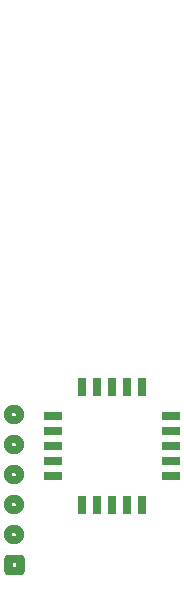
<source format=gbr>
%TF.GenerationSoftware,KiCad,Pcbnew,8.0.8-8.0.8-0~ubuntu22.04.1*%
%TF.CreationDate,2025-02-17T16:41:44+01:00*%
%TF.ProjectId,HB_Stamp_IO_ATMega1284P_FUEL4EP,48425f53-7461-46d7-905f-494f5f41544d,1.5*%
%TF.SameCoordinates,Original*%
%TF.FileFunction,Paste,Bot*%
%TF.FilePolarity,Positive*%
%FSLAX46Y46*%
G04 Gerber Fmt 4.6, Leading zero omitted, Abs format (unit mm)*
G04 Created by KiCad (PCBNEW 8.0.8-8.0.8-0~ubuntu22.04.1) date 2025-02-17 16:41:44*
%MOMM*%
%LPD*%
G01*
G04 APERTURE LIST*
G04 Aperture macros list*
%AMFreePoly0*
4,1,48,0.039158,0.847433,0.114805,0.827164,0.182628,0.788006,0.238006,0.732628,0.277164,0.664805,0.297433,0.589158,0.300000,0.550000,0.300000,-0.550000,0.297433,-0.589158,0.277164,-0.664805,0.238006,-0.732628,0.182628,-0.788006,0.114805,-0.827164,0.039158,-0.847433,0.000000,-0.850000,-1.100000,-0.850000,-1.139158,-0.847433,-1.214805,-0.827164,-1.282628,-0.788006,-1.338006,-0.732628,
-1.377164,-0.664805,-1.397433,-0.589158,-1.400000,-0.550000,-1.400000,0.000000,-0.705291,0.000000,-0.684486,-0.077646,-0.627646,-0.134486,-0.550000,-0.155291,-0.472354,-0.134486,-0.415514,-0.077646,-0.394709,0.000000,-0.415514,0.077645,-0.472354,0.134486,-0.550000,0.155291,-0.627645,0.134486,-0.684486,0.077645,-0.705291,0.000000,-1.400000,0.000000,-1.400000,0.550000,-1.397433,0.589158,
-1.377164,0.664805,-1.338006,0.732628,-1.282628,0.788006,-1.214805,0.827164,-1.139158,0.847433,-1.100000,0.850000,0.000000,0.850000,0.039158,0.847433,0.039158,0.847433,$1*%
%AMFreePoly1*
4,1,49,0.262664,1.358398,0.425000,1.286122,0.568761,1.181673,0.687664,1.049617,0.776514,0.895726,0.831425,0.726725,0.850000,0.550000,0.831425,0.373275,0.776514,0.204274,0.687664,0.050383,0.568761,-0.081673,0.425000,-0.186122,0.262664,-0.258398,0.088849,-0.295344,0.052363,-0.295344,0.052094,-0.295442,-0.052094,-0.295442,-0.052363,-0.295344,-0.088849,-0.295344,-0.262664,-0.258398,
-0.425000,-0.186122,-0.568761,-0.081673,-0.687664,0.050383,-0.776514,0.204274,-0.831425,0.373275,-0.850000,0.550000,-0.155291,0.550000,-0.134486,0.472354,-0.077646,0.415514,0.000000,0.394709,0.077646,0.415514,0.134486,0.472354,0.155291,0.550000,0.134486,0.627645,0.077646,0.684486,0.000000,0.705291,-0.077645,0.684486,-0.134486,0.627645,-0.155291,0.550000,-0.850000,0.550000,
-0.831425,0.726725,-0.776514,0.895726,-0.687664,1.049617,-0.568761,1.181673,-0.425000,1.286122,-0.262664,1.358398,-0.088849,1.395344,0.088849,1.395344,0.262664,1.358398,0.262664,1.358398,$1*%
G04 Aperture macros list end*
%ADD10R,1.500000X0.800000*%
%ADD11R,0.800000X1.500000*%
%ADD12C,0.600000*%
%ADD13FreePoly0,0.000000*%
%ADD14FreePoly1,0.000000*%
G04 APERTURE END LIST*
D10*
%TO.C,Module1*%
X15033000Y18669000D03*
D11*
X7493000Y26209000D03*
D10*
X5033000Y18669000D03*
D11*
X7493000Y16209000D03*
D10*
X15033000Y19939000D03*
D11*
X8763000Y26209000D03*
D10*
X5033000Y19939000D03*
D11*
X8763000Y16209000D03*
D10*
X15033000Y21209000D03*
D11*
X10033000Y26209000D03*
D10*
X5033000Y21209000D03*
D11*
X10033000Y16209000D03*
D10*
X15033000Y22479000D03*
D11*
X11303000Y26209000D03*
D10*
X5033000Y22479000D03*
D11*
X11303000Y16209000D03*
D10*
X15033000Y23749000D03*
D11*
X12573000Y26209000D03*
D10*
X5033000Y23749000D03*
D11*
X12573000Y16209000D03*
%TD*%
D12*
%TO.C,J3*%
X1228000Y11176000D03*
X1778000Y10626000D03*
X1778000Y11726000D03*
D13*
X2328000Y11176000D03*
D12*
X1228000Y13716000D03*
D14*
X1778000Y13166000D03*
D12*
X1778000Y14266000D03*
X2328000Y13716000D03*
X1228000Y16256000D03*
D14*
X1778000Y15706000D03*
D12*
X1778000Y16806000D03*
X2328000Y16256000D03*
X1228000Y18796000D03*
D14*
X1778000Y18246000D03*
D12*
X1778000Y19346000D03*
X2328000Y18796000D03*
X1228000Y21336000D03*
D14*
X1778000Y20786000D03*
D12*
X1778000Y21886000D03*
X2328000Y21336000D03*
X1228000Y23876000D03*
D14*
X1778000Y23326000D03*
D12*
X1778000Y24426000D03*
X2328000Y23876000D03*
%TD*%
M02*

</source>
